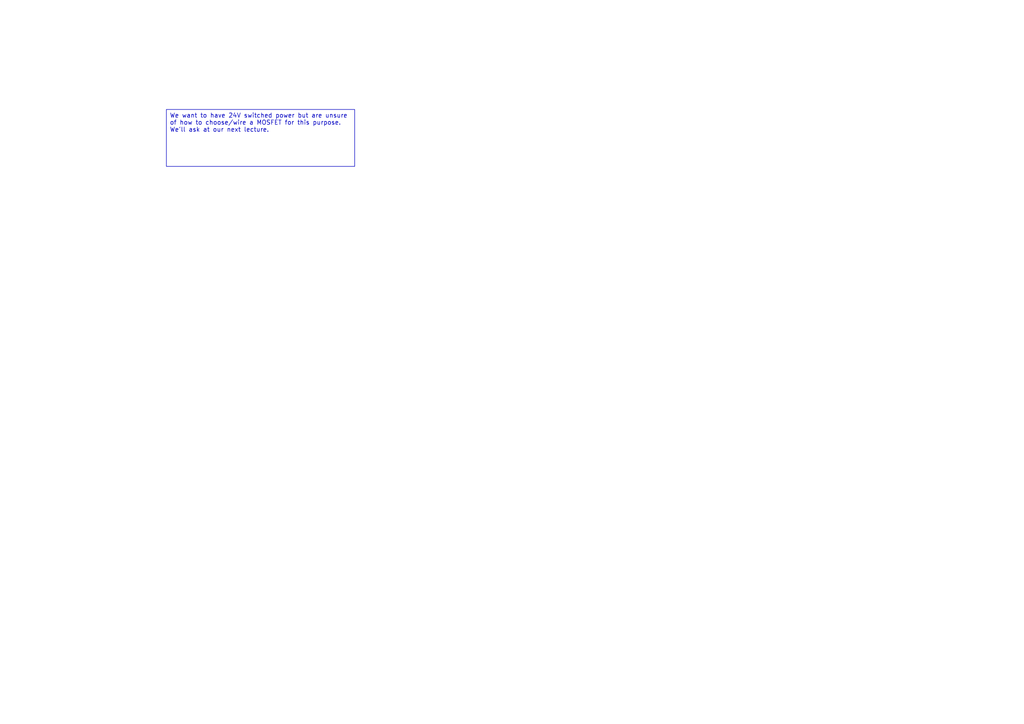
<source format=kicad_sch>
(kicad_sch (version 20230121) (generator eeschema)
  (paper "A4")
  (lib_symbols)
  (text_box "We want to have 24V switched power but are unsure of how to choose/wire a MOSFET for this purpose.  We'll ask at our next lecture." (at 48.26 31.75 0) (size 54.61 16.51) (effects (font (size 1.27 1.27)) (justify left top)))
)
</source>
